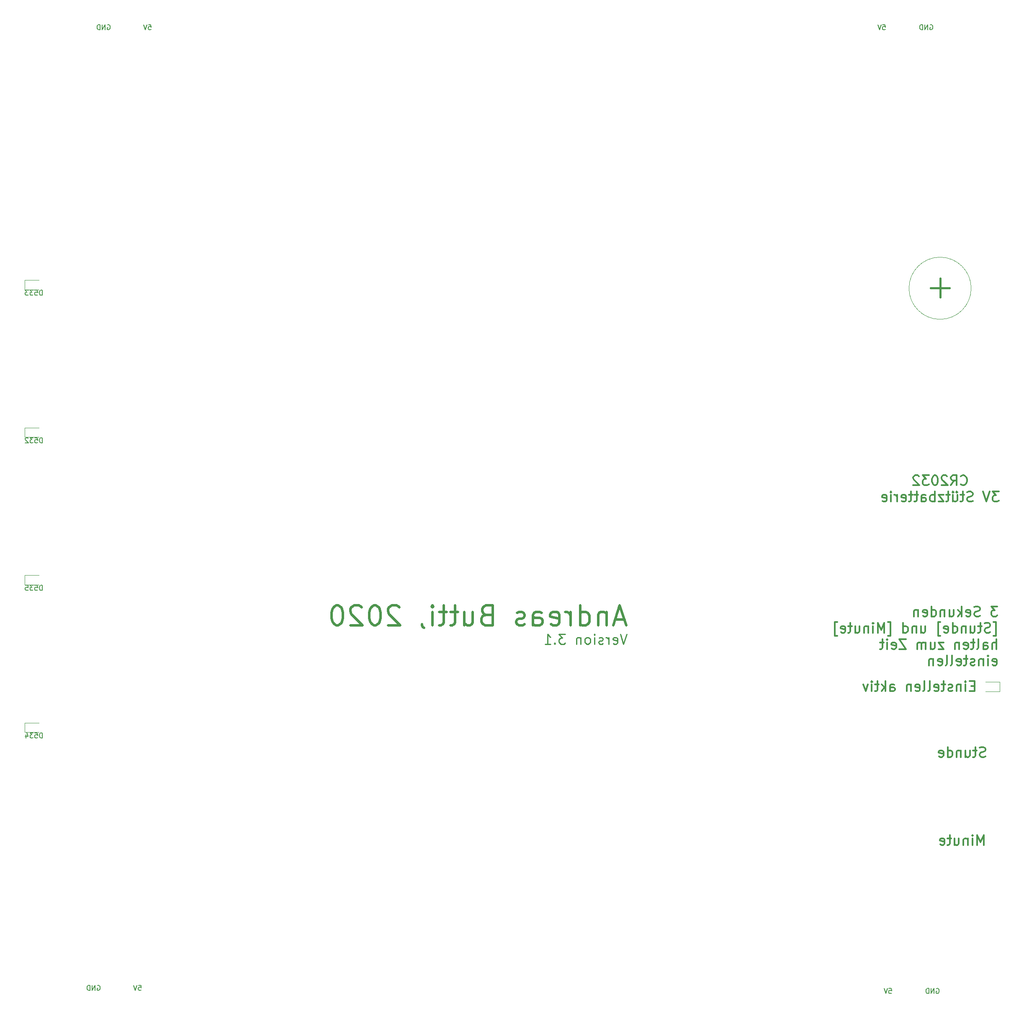
<source format=gbr>
%TF.GenerationSoftware,KiCad,Pcbnew,5.1.6-c6e7f7d~87~ubuntu18.04.1*%
%TF.CreationDate,2020-08-30T13:02:08+02:00*%
%TF.ProjectId,Elektronik,456c656b-7472-46f6-9e69-6b2e6b696361,rev?*%
%TF.SameCoordinates,Original*%
%TF.FileFunction,Legend,Bot*%
%TF.FilePolarity,Positive*%
%FSLAX46Y46*%
G04 Gerber Fmt 4.6, Leading zero omitted, Abs format (unit mm)*
G04 Created by KiCad (PCBNEW 5.1.6-c6e7f7d~87~ubuntu18.04.1) date 2020-08-30 13:02:08*
%MOMM*%
%LPD*%
G01*
G04 APERTURE LIST*
%ADD10C,0.150000*%
%ADD11C,0.400000*%
%ADD12C,0.120000*%
%ADD13C,0.300000*%
%ADD14C,0.250000*%
%ADD15C,0.500000*%
G04 APERTURE END LIST*
D10*
X207468214Y-21042380D02*
X207944404Y-21042380D01*
X207992023Y-21518571D01*
X207944404Y-21470952D01*
X207849166Y-21423333D01*
X207611071Y-21423333D01*
X207515833Y-21470952D01*
X207468214Y-21518571D01*
X207420595Y-21613809D01*
X207420595Y-21851904D01*
X207468214Y-21947142D01*
X207515833Y-21994761D01*
X207611071Y-22042380D01*
X207849166Y-22042380D01*
X207944404Y-21994761D01*
X207992023Y-21947142D01*
X207134880Y-21042380D02*
X206801547Y-22042380D01*
X206468214Y-21042380D01*
X217042904Y-21090000D02*
X217138142Y-21042380D01*
X217281000Y-21042380D01*
X217423857Y-21090000D01*
X217519095Y-21185238D01*
X217566714Y-21280476D01*
X217614333Y-21470952D01*
X217614333Y-21613809D01*
X217566714Y-21804285D01*
X217519095Y-21899523D01*
X217423857Y-21994761D01*
X217281000Y-22042380D01*
X217185761Y-22042380D01*
X217042904Y-21994761D01*
X216995285Y-21947142D01*
X216995285Y-21613809D01*
X217185761Y-21613809D01*
X216566714Y-22042380D02*
X216566714Y-21042380D01*
X215995285Y-22042380D01*
X215995285Y-21042380D01*
X215519095Y-22042380D02*
X215519095Y-21042380D01*
X215281000Y-21042380D01*
X215138142Y-21090000D01*
X215042904Y-21185238D01*
X214995285Y-21280476D01*
X214947666Y-21470952D01*
X214947666Y-21613809D01*
X214995285Y-21804285D01*
X215042904Y-21899523D01*
X215138142Y-21994761D01*
X215281000Y-22042380D01*
X215519095Y-22042380D01*
X208738214Y-215987380D02*
X209214404Y-215987380D01*
X209262023Y-216463571D01*
X209214404Y-216415952D01*
X209119166Y-216368333D01*
X208881071Y-216368333D01*
X208785833Y-216415952D01*
X208738214Y-216463571D01*
X208690595Y-216558809D01*
X208690595Y-216796904D01*
X208738214Y-216892142D01*
X208785833Y-216939761D01*
X208881071Y-216987380D01*
X209119166Y-216987380D01*
X209214404Y-216939761D01*
X209262023Y-216892142D01*
X208404880Y-215987380D02*
X208071547Y-216987380D01*
X207738214Y-215987380D01*
X218312904Y-216035000D02*
X218408142Y-215987380D01*
X218551000Y-215987380D01*
X218693857Y-216035000D01*
X218789095Y-216130238D01*
X218836714Y-216225476D01*
X218884333Y-216415952D01*
X218884333Y-216558809D01*
X218836714Y-216749285D01*
X218789095Y-216844523D01*
X218693857Y-216939761D01*
X218551000Y-216987380D01*
X218455761Y-216987380D01*
X218312904Y-216939761D01*
X218265285Y-216892142D01*
X218265285Y-216558809D01*
X218455761Y-216558809D01*
X217836714Y-216987380D02*
X217836714Y-215987380D01*
X217265285Y-216987380D01*
X217265285Y-215987380D01*
X216789095Y-216987380D02*
X216789095Y-215987380D01*
X216551000Y-215987380D01*
X216408142Y-216035000D01*
X216312904Y-216130238D01*
X216265285Y-216225476D01*
X216217666Y-216415952D01*
X216217666Y-216558809D01*
X216265285Y-216749285D01*
X216312904Y-216844523D01*
X216408142Y-216939761D01*
X216551000Y-216987380D01*
X216789095Y-216987380D01*
X58991476Y-21042380D02*
X59467666Y-21042380D01*
X59515285Y-21518571D01*
X59467666Y-21470952D01*
X59372428Y-21423333D01*
X59134333Y-21423333D01*
X59039095Y-21470952D01*
X58991476Y-21518571D01*
X58943857Y-21613809D01*
X58943857Y-21851904D01*
X58991476Y-21947142D01*
X59039095Y-21994761D01*
X59134333Y-22042380D01*
X59372428Y-22042380D01*
X59467666Y-21994761D01*
X59515285Y-21947142D01*
X58658142Y-21042380D02*
X58324809Y-22042380D01*
X57991476Y-21042380D01*
X50672904Y-21090000D02*
X50768142Y-21042380D01*
X50911000Y-21042380D01*
X51053857Y-21090000D01*
X51149095Y-21185238D01*
X51196714Y-21280476D01*
X51244333Y-21470952D01*
X51244333Y-21613809D01*
X51196714Y-21804285D01*
X51149095Y-21899523D01*
X51053857Y-21994761D01*
X50911000Y-22042380D01*
X50815761Y-22042380D01*
X50672904Y-21994761D01*
X50625285Y-21947142D01*
X50625285Y-21613809D01*
X50815761Y-21613809D01*
X50196714Y-22042380D02*
X50196714Y-21042380D01*
X49625285Y-22042380D01*
X49625285Y-21042380D01*
X49149095Y-22042380D02*
X49149095Y-21042380D01*
X48911000Y-21042380D01*
X48768142Y-21090000D01*
X48672904Y-21185238D01*
X48625285Y-21280476D01*
X48577666Y-21470952D01*
X48577666Y-21613809D01*
X48625285Y-21804285D01*
X48672904Y-21899523D01*
X48768142Y-21994761D01*
X48911000Y-22042380D01*
X49149095Y-22042380D01*
X48640904Y-215400000D02*
X48736142Y-215352380D01*
X48879000Y-215352380D01*
X49021857Y-215400000D01*
X49117095Y-215495238D01*
X49164714Y-215590476D01*
X49212333Y-215780952D01*
X49212333Y-215923809D01*
X49164714Y-216114285D01*
X49117095Y-216209523D01*
X49021857Y-216304761D01*
X48879000Y-216352380D01*
X48783761Y-216352380D01*
X48640904Y-216304761D01*
X48593285Y-216257142D01*
X48593285Y-215923809D01*
X48783761Y-215923809D01*
X48164714Y-216352380D02*
X48164714Y-215352380D01*
X47593285Y-216352380D01*
X47593285Y-215352380D01*
X47117095Y-216352380D02*
X47117095Y-215352380D01*
X46879000Y-215352380D01*
X46736142Y-215400000D01*
X46640904Y-215495238D01*
X46593285Y-215590476D01*
X46545666Y-215780952D01*
X46545666Y-215923809D01*
X46593285Y-216114285D01*
X46640904Y-216209523D01*
X46736142Y-216304761D01*
X46879000Y-216352380D01*
X47117095Y-216352380D01*
X56973214Y-215352380D02*
X57449404Y-215352380D01*
X57497023Y-215828571D01*
X57449404Y-215780952D01*
X57354166Y-215733333D01*
X57116071Y-215733333D01*
X57020833Y-215780952D01*
X56973214Y-215828571D01*
X56925595Y-215923809D01*
X56925595Y-216161904D01*
X56973214Y-216257142D01*
X57020833Y-216304761D01*
X57116071Y-216352380D01*
X57354166Y-216352380D01*
X57449404Y-216304761D01*
X57497023Y-216257142D01*
X56639880Y-215352380D02*
X56306547Y-216352380D01*
X55973214Y-215352380D01*
D11*
X219075000Y-72390000D02*
X219075000Y-76200000D01*
X220980000Y-74295000D02*
X217170000Y-74295000D01*
D12*
X225361179Y-74358821D02*
G75*
G03*
X225361179Y-74358821I-6286179J0D01*
G01*
D13*
X223265476Y-113999285D02*
X223360714Y-114094523D01*
X223646428Y-114189761D01*
X223836904Y-114189761D01*
X224122619Y-114094523D01*
X224313095Y-113904047D01*
X224408333Y-113713571D01*
X224503571Y-113332619D01*
X224503571Y-113046904D01*
X224408333Y-112665952D01*
X224313095Y-112475476D01*
X224122619Y-112285000D01*
X223836904Y-112189761D01*
X223646428Y-112189761D01*
X223360714Y-112285000D01*
X223265476Y-112380238D01*
X221265476Y-114189761D02*
X221932142Y-113237380D01*
X222408333Y-114189761D02*
X222408333Y-112189761D01*
X221646428Y-112189761D01*
X221455952Y-112285000D01*
X221360714Y-112380238D01*
X221265476Y-112570714D01*
X221265476Y-112856428D01*
X221360714Y-113046904D01*
X221455952Y-113142142D01*
X221646428Y-113237380D01*
X222408333Y-113237380D01*
X220503571Y-112380238D02*
X220408333Y-112285000D01*
X220217857Y-112189761D01*
X219741666Y-112189761D01*
X219551190Y-112285000D01*
X219455952Y-112380238D01*
X219360714Y-112570714D01*
X219360714Y-112761190D01*
X219455952Y-113046904D01*
X220598809Y-114189761D01*
X219360714Y-114189761D01*
X218122619Y-112189761D02*
X217932142Y-112189761D01*
X217741666Y-112285000D01*
X217646428Y-112380238D01*
X217551190Y-112570714D01*
X217455952Y-112951666D01*
X217455952Y-113427857D01*
X217551190Y-113808809D01*
X217646428Y-113999285D01*
X217741666Y-114094523D01*
X217932142Y-114189761D01*
X218122619Y-114189761D01*
X218313095Y-114094523D01*
X218408333Y-113999285D01*
X218503571Y-113808809D01*
X218598809Y-113427857D01*
X218598809Y-112951666D01*
X218503571Y-112570714D01*
X218408333Y-112380238D01*
X218313095Y-112285000D01*
X218122619Y-112189761D01*
X216789285Y-112189761D02*
X215551190Y-112189761D01*
X216217857Y-112951666D01*
X215932142Y-112951666D01*
X215741666Y-113046904D01*
X215646428Y-113142142D01*
X215551190Y-113332619D01*
X215551190Y-113808809D01*
X215646428Y-113999285D01*
X215741666Y-114094523D01*
X215932142Y-114189761D01*
X216503571Y-114189761D01*
X216694047Y-114094523D01*
X216789285Y-113999285D01*
X214789285Y-112380238D02*
X214694047Y-112285000D01*
X214503571Y-112189761D01*
X214027380Y-112189761D01*
X213836904Y-112285000D01*
X213741666Y-112380238D01*
X213646428Y-112570714D01*
X213646428Y-112761190D01*
X213741666Y-113046904D01*
X214884523Y-114189761D01*
X213646428Y-114189761D01*
X230932142Y-115489761D02*
X229694047Y-115489761D01*
X230360714Y-116251666D01*
X230075000Y-116251666D01*
X229884523Y-116346904D01*
X229789285Y-116442142D01*
X229694047Y-116632619D01*
X229694047Y-117108809D01*
X229789285Y-117299285D01*
X229884523Y-117394523D01*
X230075000Y-117489761D01*
X230646428Y-117489761D01*
X230836904Y-117394523D01*
X230932142Y-117299285D01*
X229122619Y-115489761D02*
X228455952Y-117489761D01*
X227789285Y-115489761D01*
X225694047Y-117394523D02*
X225408333Y-117489761D01*
X224932142Y-117489761D01*
X224741666Y-117394523D01*
X224646428Y-117299285D01*
X224551190Y-117108809D01*
X224551190Y-116918333D01*
X224646428Y-116727857D01*
X224741666Y-116632619D01*
X224932142Y-116537380D01*
X225313095Y-116442142D01*
X225503571Y-116346904D01*
X225598809Y-116251666D01*
X225694047Y-116061190D01*
X225694047Y-115870714D01*
X225598809Y-115680238D01*
X225503571Y-115585000D01*
X225313095Y-115489761D01*
X224836904Y-115489761D01*
X224551190Y-115585000D01*
X223979761Y-116156428D02*
X223217857Y-116156428D01*
X223694047Y-115489761D02*
X223694047Y-117204047D01*
X223598809Y-117394523D01*
X223408333Y-117489761D01*
X223217857Y-117489761D01*
X221694047Y-116156428D02*
X221694047Y-117489761D01*
X222551190Y-116156428D02*
X222551190Y-117204047D01*
X222455952Y-117394523D01*
X222265476Y-117489761D01*
X221979761Y-117489761D01*
X221789285Y-117394523D01*
X221694047Y-117299285D01*
X222455952Y-115489761D02*
X222360714Y-115585000D01*
X222455952Y-115680238D01*
X222551190Y-115585000D01*
X222455952Y-115489761D01*
X222455952Y-115680238D01*
X221694047Y-115489761D02*
X221598809Y-115585000D01*
X221694047Y-115680238D01*
X221789285Y-115585000D01*
X221694047Y-115489761D01*
X221694047Y-115680238D01*
X221027380Y-116156428D02*
X220265476Y-116156428D01*
X220741666Y-115489761D02*
X220741666Y-117204047D01*
X220646428Y-117394523D01*
X220455952Y-117489761D01*
X220265476Y-117489761D01*
X219789285Y-116156428D02*
X218741666Y-116156428D01*
X219789285Y-117489761D01*
X218741666Y-117489761D01*
X217979761Y-117489761D02*
X217979761Y-115489761D01*
X217979761Y-116251666D02*
X217789285Y-116156428D01*
X217408333Y-116156428D01*
X217217857Y-116251666D01*
X217122619Y-116346904D01*
X217027380Y-116537380D01*
X217027380Y-117108809D01*
X217122619Y-117299285D01*
X217217857Y-117394523D01*
X217408333Y-117489761D01*
X217789285Y-117489761D01*
X217979761Y-117394523D01*
X215313095Y-117489761D02*
X215313095Y-116442142D01*
X215408333Y-116251666D01*
X215598809Y-116156428D01*
X215979761Y-116156428D01*
X216170238Y-116251666D01*
X215313095Y-117394523D02*
X215503571Y-117489761D01*
X215979761Y-117489761D01*
X216170238Y-117394523D01*
X216265476Y-117204047D01*
X216265476Y-117013571D01*
X216170238Y-116823095D01*
X215979761Y-116727857D01*
X215503571Y-116727857D01*
X215313095Y-116632619D01*
X214646428Y-116156428D02*
X213884523Y-116156428D01*
X214360714Y-115489761D02*
X214360714Y-117204047D01*
X214265476Y-117394523D01*
X214075000Y-117489761D01*
X213884523Y-117489761D01*
X213503571Y-116156428D02*
X212741666Y-116156428D01*
X213217857Y-115489761D02*
X213217857Y-117204047D01*
X213122619Y-117394523D01*
X212932142Y-117489761D01*
X212741666Y-117489761D01*
X211313095Y-117394523D02*
X211503571Y-117489761D01*
X211884523Y-117489761D01*
X212075000Y-117394523D01*
X212170238Y-117204047D01*
X212170238Y-116442142D01*
X212075000Y-116251666D01*
X211884523Y-116156428D01*
X211503571Y-116156428D01*
X211313095Y-116251666D01*
X211217857Y-116442142D01*
X211217857Y-116632619D01*
X212170238Y-116823095D01*
X210360714Y-117489761D02*
X210360714Y-116156428D01*
X210360714Y-116537380D02*
X210265476Y-116346904D01*
X210170238Y-116251666D01*
X209979761Y-116156428D01*
X209789285Y-116156428D01*
X209122619Y-117489761D02*
X209122619Y-116156428D01*
X209122619Y-115489761D02*
X209217857Y-115585000D01*
X209122619Y-115680238D01*
X209027380Y-115585000D01*
X209122619Y-115489761D01*
X209122619Y-115680238D01*
X207408333Y-117394523D02*
X207598809Y-117489761D01*
X207979761Y-117489761D01*
X208170238Y-117394523D01*
X208265476Y-117204047D01*
X208265476Y-116442142D01*
X208170238Y-116251666D01*
X207979761Y-116156428D01*
X207598809Y-116156428D01*
X207408333Y-116251666D01*
X207313095Y-116442142D01*
X207313095Y-116632619D01*
X208265476Y-116823095D01*
X226023809Y-154797142D02*
X225357142Y-154797142D01*
X225071428Y-155844761D02*
X226023809Y-155844761D01*
X226023809Y-153844761D01*
X225071428Y-153844761D01*
X224214285Y-155844761D02*
X224214285Y-154511428D01*
X224214285Y-153844761D02*
X224309523Y-153940000D01*
X224214285Y-154035238D01*
X224119047Y-153940000D01*
X224214285Y-153844761D01*
X224214285Y-154035238D01*
X223261904Y-154511428D02*
X223261904Y-155844761D01*
X223261904Y-154701904D02*
X223166666Y-154606666D01*
X222976190Y-154511428D01*
X222690476Y-154511428D01*
X222500000Y-154606666D01*
X222404761Y-154797142D01*
X222404761Y-155844761D01*
X221547619Y-155749523D02*
X221357142Y-155844761D01*
X220976190Y-155844761D01*
X220785714Y-155749523D01*
X220690476Y-155559047D01*
X220690476Y-155463809D01*
X220785714Y-155273333D01*
X220976190Y-155178095D01*
X221261904Y-155178095D01*
X221452380Y-155082857D01*
X221547619Y-154892380D01*
X221547619Y-154797142D01*
X221452380Y-154606666D01*
X221261904Y-154511428D01*
X220976190Y-154511428D01*
X220785714Y-154606666D01*
X220119047Y-154511428D02*
X219357142Y-154511428D01*
X219833333Y-153844761D02*
X219833333Y-155559047D01*
X219738095Y-155749523D01*
X219547619Y-155844761D01*
X219357142Y-155844761D01*
X217928571Y-155749523D02*
X218119047Y-155844761D01*
X218500000Y-155844761D01*
X218690476Y-155749523D01*
X218785714Y-155559047D01*
X218785714Y-154797142D01*
X218690476Y-154606666D01*
X218500000Y-154511428D01*
X218119047Y-154511428D01*
X217928571Y-154606666D01*
X217833333Y-154797142D01*
X217833333Y-154987619D01*
X218785714Y-155178095D01*
X216690476Y-155844761D02*
X216880952Y-155749523D01*
X216976190Y-155559047D01*
X216976190Y-153844761D01*
X215642857Y-155844761D02*
X215833333Y-155749523D01*
X215928571Y-155559047D01*
X215928571Y-153844761D01*
X214119047Y-155749523D02*
X214309523Y-155844761D01*
X214690476Y-155844761D01*
X214880952Y-155749523D01*
X214976190Y-155559047D01*
X214976190Y-154797142D01*
X214880952Y-154606666D01*
X214690476Y-154511428D01*
X214309523Y-154511428D01*
X214119047Y-154606666D01*
X214023809Y-154797142D01*
X214023809Y-154987619D01*
X214976190Y-155178095D01*
X213166666Y-154511428D02*
X213166666Y-155844761D01*
X213166666Y-154701904D02*
X213071428Y-154606666D01*
X212880952Y-154511428D01*
X212595238Y-154511428D01*
X212404761Y-154606666D01*
X212309523Y-154797142D01*
X212309523Y-155844761D01*
X208976190Y-155844761D02*
X208976190Y-154797142D01*
X209071428Y-154606666D01*
X209261904Y-154511428D01*
X209642857Y-154511428D01*
X209833333Y-154606666D01*
X208976190Y-155749523D02*
X209166666Y-155844761D01*
X209642857Y-155844761D01*
X209833333Y-155749523D01*
X209928571Y-155559047D01*
X209928571Y-155368571D01*
X209833333Y-155178095D01*
X209642857Y-155082857D01*
X209166666Y-155082857D01*
X208976190Y-154987619D01*
X208023809Y-155844761D02*
X208023809Y-153844761D01*
X207833333Y-155082857D02*
X207261904Y-155844761D01*
X207261904Y-154511428D02*
X208023809Y-155273333D01*
X206690476Y-154511428D02*
X205928571Y-154511428D01*
X206404761Y-153844761D02*
X206404761Y-155559047D01*
X206309523Y-155749523D01*
X206119047Y-155844761D01*
X205928571Y-155844761D01*
X205261904Y-155844761D02*
X205261904Y-154511428D01*
X205261904Y-153844761D02*
X205357142Y-153940000D01*
X205261904Y-154035238D01*
X205166666Y-153940000D01*
X205261904Y-153844761D01*
X205261904Y-154035238D01*
X204500000Y-154511428D02*
X204023809Y-155844761D01*
X203547619Y-154511428D01*
X230659285Y-138734761D02*
X229421190Y-138734761D01*
X230087857Y-139496666D01*
X229802142Y-139496666D01*
X229611666Y-139591904D01*
X229516428Y-139687142D01*
X229421190Y-139877619D01*
X229421190Y-140353809D01*
X229516428Y-140544285D01*
X229611666Y-140639523D01*
X229802142Y-140734761D01*
X230373571Y-140734761D01*
X230564047Y-140639523D01*
X230659285Y-140544285D01*
X227135476Y-140639523D02*
X226849761Y-140734761D01*
X226373571Y-140734761D01*
X226183095Y-140639523D01*
X226087857Y-140544285D01*
X225992619Y-140353809D01*
X225992619Y-140163333D01*
X226087857Y-139972857D01*
X226183095Y-139877619D01*
X226373571Y-139782380D01*
X226754523Y-139687142D01*
X226945000Y-139591904D01*
X227040238Y-139496666D01*
X227135476Y-139306190D01*
X227135476Y-139115714D01*
X227040238Y-138925238D01*
X226945000Y-138830000D01*
X226754523Y-138734761D01*
X226278333Y-138734761D01*
X225992619Y-138830000D01*
X224373571Y-140639523D02*
X224564047Y-140734761D01*
X224945000Y-140734761D01*
X225135476Y-140639523D01*
X225230714Y-140449047D01*
X225230714Y-139687142D01*
X225135476Y-139496666D01*
X224945000Y-139401428D01*
X224564047Y-139401428D01*
X224373571Y-139496666D01*
X224278333Y-139687142D01*
X224278333Y-139877619D01*
X225230714Y-140068095D01*
X223421190Y-140734761D02*
X223421190Y-138734761D01*
X223230714Y-139972857D02*
X222659285Y-140734761D01*
X222659285Y-139401428D02*
X223421190Y-140163333D01*
X220945000Y-139401428D02*
X220945000Y-140734761D01*
X221802142Y-139401428D02*
X221802142Y-140449047D01*
X221706904Y-140639523D01*
X221516428Y-140734761D01*
X221230714Y-140734761D01*
X221040238Y-140639523D01*
X220945000Y-140544285D01*
X219992619Y-139401428D02*
X219992619Y-140734761D01*
X219992619Y-139591904D02*
X219897380Y-139496666D01*
X219706904Y-139401428D01*
X219421190Y-139401428D01*
X219230714Y-139496666D01*
X219135476Y-139687142D01*
X219135476Y-140734761D01*
X217325952Y-140734761D02*
X217325952Y-138734761D01*
X217325952Y-140639523D02*
X217516428Y-140734761D01*
X217897380Y-140734761D01*
X218087857Y-140639523D01*
X218183095Y-140544285D01*
X218278333Y-140353809D01*
X218278333Y-139782380D01*
X218183095Y-139591904D01*
X218087857Y-139496666D01*
X217897380Y-139401428D01*
X217516428Y-139401428D01*
X217325952Y-139496666D01*
X215611666Y-140639523D02*
X215802142Y-140734761D01*
X216183095Y-140734761D01*
X216373571Y-140639523D01*
X216468809Y-140449047D01*
X216468809Y-139687142D01*
X216373571Y-139496666D01*
X216183095Y-139401428D01*
X215802142Y-139401428D01*
X215611666Y-139496666D01*
X215516428Y-139687142D01*
X215516428Y-139877619D01*
X216468809Y-140068095D01*
X214659285Y-139401428D02*
X214659285Y-140734761D01*
X214659285Y-139591904D02*
X214564047Y-139496666D01*
X214373571Y-139401428D01*
X214087857Y-139401428D01*
X213897380Y-139496666D01*
X213802142Y-139687142D01*
X213802142Y-140734761D01*
X229897380Y-144701428D02*
X230373571Y-144701428D01*
X230373571Y-141844285D01*
X229897380Y-141844285D01*
X229230714Y-143939523D02*
X228945000Y-144034761D01*
X228468809Y-144034761D01*
X228278333Y-143939523D01*
X228183095Y-143844285D01*
X228087857Y-143653809D01*
X228087857Y-143463333D01*
X228183095Y-143272857D01*
X228278333Y-143177619D01*
X228468809Y-143082380D01*
X228849761Y-142987142D01*
X229040238Y-142891904D01*
X229135476Y-142796666D01*
X229230714Y-142606190D01*
X229230714Y-142415714D01*
X229135476Y-142225238D01*
X229040238Y-142130000D01*
X228849761Y-142034761D01*
X228373571Y-142034761D01*
X228087857Y-142130000D01*
X227516428Y-142701428D02*
X226754523Y-142701428D01*
X227230714Y-142034761D02*
X227230714Y-143749047D01*
X227135476Y-143939523D01*
X226945000Y-144034761D01*
X226754523Y-144034761D01*
X225230714Y-142701428D02*
X225230714Y-144034761D01*
X226087857Y-142701428D02*
X226087857Y-143749047D01*
X225992619Y-143939523D01*
X225802142Y-144034761D01*
X225516428Y-144034761D01*
X225325952Y-143939523D01*
X225230714Y-143844285D01*
X224278333Y-142701428D02*
X224278333Y-144034761D01*
X224278333Y-142891904D02*
X224183095Y-142796666D01*
X223992619Y-142701428D01*
X223706904Y-142701428D01*
X223516428Y-142796666D01*
X223421190Y-142987142D01*
X223421190Y-144034761D01*
X221611666Y-144034761D02*
X221611666Y-142034761D01*
X221611666Y-143939523D02*
X221802142Y-144034761D01*
X222183095Y-144034761D01*
X222373571Y-143939523D01*
X222468809Y-143844285D01*
X222564047Y-143653809D01*
X222564047Y-143082380D01*
X222468809Y-142891904D01*
X222373571Y-142796666D01*
X222183095Y-142701428D01*
X221802142Y-142701428D01*
X221611666Y-142796666D01*
X219897380Y-143939523D02*
X220087857Y-144034761D01*
X220468809Y-144034761D01*
X220659285Y-143939523D01*
X220754523Y-143749047D01*
X220754523Y-142987142D01*
X220659285Y-142796666D01*
X220468809Y-142701428D01*
X220087857Y-142701428D01*
X219897380Y-142796666D01*
X219802142Y-142987142D01*
X219802142Y-143177619D01*
X220754523Y-143368095D01*
X219135476Y-144701428D02*
X218659285Y-144701428D01*
X218659285Y-141844285D01*
X219135476Y-141844285D01*
X215230714Y-142701428D02*
X215230714Y-144034761D01*
X216087857Y-142701428D02*
X216087857Y-143749047D01*
X215992619Y-143939523D01*
X215802142Y-144034761D01*
X215516428Y-144034761D01*
X215325952Y-143939523D01*
X215230714Y-143844285D01*
X214278333Y-142701428D02*
X214278333Y-144034761D01*
X214278333Y-142891904D02*
X214183095Y-142796666D01*
X213992619Y-142701428D01*
X213706904Y-142701428D01*
X213516428Y-142796666D01*
X213421190Y-142987142D01*
X213421190Y-144034761D01*
X211611666Y-144034761D02*
X211611666Y-142034761D01*
X211611666Y-143939523D02*
X211802142Y-144034761D01*
X212183095Y-144034761D01*
X212373571Y-143939523D01*
X212468809Y-143844285D01*
X212564047Y-143653809D01*
X212564047Y-143082380D01*
X212468809Y-142891904D01*
X212373571Y-142796666D01*
X212183095Y-142701428D01*
X211802142Y-142701428D01*
X211611666Y-142796666D01*
X208564047Y-144701428D02*
X209040238Y-144701428D01*
X209040238Y-141844285D01*
X208564047Y-141844285D01*
X207802142Y-144034761D02*
X207802142Y-142034761D01*
X207135476Y-143463333D01*
X206468809Y-142034761D01*
X206468809Y-144034761D01*
X205516428Y-144034761D02*
X205516428Y-142701428D01*
X205516428Y-142034761D02*
X205611666Y-142130000D01*
X205516428Y-142225238D01*
X205421190Y-142130000D01*
X205516428Y-142034761D01*
X205516428Y-142225238D01*
X204564047Y-142701428D02*
X204564047Y-144034761D01*
X204564047Y-142891904D02*
X204468809Y-142796666D01*
X204278333Y-142701428D01*
X203992619Y-142701428D01*
X203802142Y-142796666D01*
X203706904Y-142987142D01*
X203706904Y-144034761D01*
X201897380Y-142701428D02*
X201897380Y-144034761D01*
X202754523Y-142701428D02*
X202754523Y-143749047D01*
X202659285Y-143939523D01*
X202468809Y-144034761D01*
X202183095Y-144034761D01*
X201992619Y-143939523D01*
X201897380Y-143844285D01*
X201230714Y-142701428D02*
X200468809Y-142701428D01*
X200945000Y-142034761D02*
X200945000Y-143749047D01*
X200849761Y-143939523D01*
X200659285Y-144034761D01*
X200468809Y-144034761D01*
X199040238Y-143939523D02*
X199230714Y-144034761D01*
X199611666Y-144034761D01*
X199802142Y-143939523D01*
X199897380Y-143749047D01*
X199897380Y-142987142D01*
X199802142Y-142796666D01*
X199611666Y-142701428D01*
X199230714Y-142701428D01*
X199040238Y-142796666D01*
X198945000Y-142987142D01*
X198945000Y-143177619D01*
X199897380Y-143368095D01*
X198278333Y-144701428D02*
X197802142Y-144701428D01*
X197802142Y-141844285D01*
X198278333Y-141844285D01*
X230468809Y-147334761D02*
X230468809Y-145334761D01*
X229611666Y-147334761D02*
X229611666Y-146287142D01*
X229706904Y-146096666D01*
X229897380Y-146001428D01*
X230183095Y-146001428D01*
X230373571Y-146096666D01*
X230468809Y-146191904D01*
X227802142Y-147334761D02*
X227802142Y-146287142D01*
X227897380Y-146096666D01*
X228087857Y-146001428D01*
X228468809Y-146001428D01*
X228659285Y-146096666D01*
X227802142Y-147239523D02*
X227992619Y-147334761D01*
X228468809Y-147334761D01*
X228659285Y-147239523D01*
X228754523Y-147049047D01*
X228754523Y-146858571D01*
X228659285Y-146668095D01*
X228468809Y-146572857D01*
X227992619Y-146572857D01*
X227802142Y-146477619D01*
X226564047Y-147334761D02*
X226754523Y-147239523D01*
X226849761Y-147049047D01*
X226849761Y-145334761D01*
X226087857Y-146001428D02*
X225325952Y-146001428D01*
X225802142Y-145334761D02*
X225802142Y-147049047D01*
X225706904Y-147239523D01*
X225516428Y-147334761D01*
X225325952Y-147334761D01*
X223897380Y-147239523D02*
X224087857Y-147334761D01*
X224468809Y-147334761D01*
X224659285Y-147239523D01*
X224754523Y-147049047D01*
X224754523Y-146287142D01*
X224659285Y-146096666D01*
X224468809Y-146001428D01*
X224087857Y-146001428D01*
X223897380Y-146096666D01*
X223802142Y-146287142D01*
X223802142Y-146477619D01*
X224754523Y-146668095D01*
X222945000Y-146001428D02*
X222945000Y-147334761D01*
X222945000Y-146191904D02*
X222849761Y-146096666D01*
X222659285Y-146001428D01*
X222373571Y-146001428D01*
X222183095Y-146096666D01*
X222087857Y-146287142D01*
X222087857Y-147334761D01*
X219802142Y-146001428D02*
X218754523Y-146001428D01*
X219802142Y-147334761D01*
X218754523Y-147334761D01*
X217135476Y-146001428D02*
X217135476Y-147334761D01*
X217992619Y-146001428D02*
X217992619Y-147049047D01*
X217897380Y-147239523D01*
X217706904Y-147334761D01*
X217421190Y-147334761D01*
X217230714Y-147239523D01*
X217135476Y-147144285D01*
X216183095Y-147334761D02*
X216183095Y-146001428D01*
X216183095Y-146191904D02*
X216087857Y-146096666D01*
X215897380Y-146001428D01*
X215611666Y-146001428D01*
X215421190Y-146096666D01*
X215325952Y-146287142D01*
X215325952Y-147334761D01*
X215325952Y-146287142D02*
X215230714Y-146096666D01*
X215040238Y-146001428D01*
X214754523Y-146001428D01*
X214564047Y-146096666D01*
X214468809Y-146287142D01*
X214468809Y-147334761D01*
X212183095Y-145334761D02*
X210849761Y-145334761D01*
X212183095Y-147334761D01*
X210849761Y-147334761D01*
X209325952Y-147239523D02*
X209516428Y-147334761D01*
X209897380Y-147334761D01*
X210087857Y-147239523D01*
X210183095Y-147049047D01*
X210183095Y-146287142D01*
X210087857Y-146096666D01*
X209897380Y-146001428D01*
X209516428Y-146001428D01*
X209325952Y-146096666D01*
X209230714Y-146287142D01*
X209230714Y-146477619D01*
X210183095Y-146668095D01*
X208373571Y-147334761D02*
X208373571Y-146001428D01*
X208373571Y-145334761D02*
X208468809Y-145430000D01*
X208373571Y-145525238D01*
X208278333Y-145430000D01*
X208373571Y-145334761D01*
X208373571Y-145525238D01*
X207706904Y-146001428D02*
X206945000Y-146001428D01*
X207421190Y-145334761D02*
X207421190Y-147049047D01*
X207325952Y-147239523D01*
X207135476Y-147334761D01*
X206945000Y-147334761D01*
X229706904Y-150539523D02*
X229897380Y-150634761D01*
X230278333Y-150634761D01*
X230468809Y-150539523D01*
X230564047Y-150349047D01*
X230564047Y-149587142D01*
X230468809Y-149396666D01*
X230278333Y-149301428D01*
X229897380Y-149301428D01*
X229706904Y-149396666D01*
X229611666Y-149587142D01*
X229611666Y-149777619D01*
X230564047Y-149968095D01*
X228754523Y-150634761D02*
X228754523Y-149301428D01*
X228754523Y-148634761D02*
X228849761Y-148730000D01*
X228754523Y-148825238D01*
X228659285Y-148730000D01*
X228754523Y-148634761D01*
X228754523Y-148825238D01*
X227802142Y-149301428D02*
X227802142Y-150634761D01*
X227802142Y-149491904D02*
X227706904Y-149396666D01*
X227516428Y-149301428D01*
X227230714Y-149301428D01*
X227040238Y-149396666D01*
X226945000Y-149587142D01*
X226945000Y-150634761D01*
X226087857Y-150539523D02*
X225897380Y-150634761D01*
X225516428Y-150634761D01*
X225325952Y-150539523D01*
X225230714Y-150349047D01*
X225230714Y-150253809D01*
X225325952Y-150063333D01*
X225516428Y-149968095D01*
X225802142Y-149968095D01*
X225992619Y-149872857D01*
X226087857Y-149682380D01*
X226087857Y-149587142D01*
X225992619Y-149396666D01*
X225802142Y-149301428D01*
X225516428Y-149301428D01*
X225325952Y-149396666D01*
X224659285Y-149301428D02*
X223897380Y-149301428D01*
X224373571Y-148634761D02*
X224373571Y-150349047D01*
X224278333Y-150539523D01*
X224087857Y-150634761D01*
X223897380Y-150634761D01*
X222468809Y-150539523D02*
X222659285Y-150634761D01*
X223040238Y-150634761D01*
X223230714Y-150539523D01*
X223325952Y-150349047D01*
X223325952Y-149587142D01*
X223230714Y-149396666D01*
X223040238Y-149301428D01*
X222659285Y-149301428D01*
X222468809Y-149396666D01*
X222373571Y-149587142D01*
X222373571Y-149777619D01*
X223325952Y-149968095D01*
X221230714Y-150634761D02*
X221421190Y-150539523D01*
X221516428Y-150349047D01*
X221516428Y-148634761D01*
X220183095Y-150634761D02*
X220373571Y-150539523D01*
X220468809Y-150349047D01*
X220468809Y-148634761D01*
X218659285Y-150539523D02*
X218849761Y-150634761D01*
X219230714Y-150634761D01*
X219421190Y-150539523D01*
X219516428Y-150349047D01*
X219516428Y-149587142D01*
X219421190Y-149396666D01*
X219230714Y-149301428D01*
X218849761Y-149301428D01*
X218659285Y-149396666D01*
X218564047Y-149587142D01*
X218564047Y-149777619D01*
X219516428Y-149968095D01*
X217706904Y-149301428D02*
X217706904Y-150634761D01*
X217706904Y-149491904D02*
X217611666Y-149396666D01*
X217421190Y-149301428D01*
X217135476Y-149301428D01*
X216945000Y-149396666D01*
X216849761Y-149587142D01*
X216849761Y-150634761D01*
X227900952Y-186959761D02*
X227900952Y-184959761D01*
X227234285Y-186388333D01*
X226567619Y-184959761D01*
X226567619Y-186959761D01*
X225615238Y-186959761D02*
X225615238Y-185626428D01*
X225615238Y-184959761D02*
X225710476Y-185055000D01*
X225615238Y-185150238D01*
X225520000Y-185055000D01*
X225615238Y-184959761D01*
X225615238Y-185150238D01*
X224662857Y-185626428D02*
X224662857Y-186959761D01*
X224662857Y-185816904D02*
X224567619Y-185721666D01*
X224377142Y-185626428D01*
X224091428Y-185626428D01*
X223900952Y-185721666D01*
X223805714Y-185912142D01*
X223805714Y-186959761D01*
X221996190Y-185626428D02*
X221996190Y-186959761D01*
X222853333Y-185626428D02*
X222853333Y-186674047D01*
X222758095Y-186864523D01*
X222567619Y-186959761D01*
X222281904Y-186959761D01*
X222091428Y-186864523D01*
X221996190Y-186769285D01*
X221329523Y-185626428D02*
X220567619Y-185626428D01*
X221043809Y-184959761D02*
X221043809Y-186674047D01*
X220948571Y-186864523D01*
X220758095Y-186959761D01*
X220567619Y-186959761D01*
X219139047Y-186864523D02*
X219329523Y-186959761D01*
X219710476Y-186959761D01*
X219900952Y-186864523D01*
X219996190Y-186674047D01*
X219996190Y-185912142D01*
X219900952Y-185721666D01*
X219710476Y-185626428D01*
X219329523Y-185626428D01*
X219139047Y-185721666D01*
X219043809Y-185912142D01*
X219043809Y-186102619D01*
X219996190Y-186293095D01*
X228234285Y-169084523D02*
X227948571Y-169179761D01*
X227472380Y-169179761D01*
X227281904Y-169084523D01*
X227186666Y-168989285D01*
X227091428Y-168798809D01*
X227091428Y-168608333D01*
X227186666Y-168417857D01*
X227281904Y-168322619D01*
X227472380Y-168227380D01*
X227853333Y-168132142D01*
X228043809Y-168036904D01*
X228139047Y-167941666D01*
X228234285Y-167751190D01*
X228234285Y-167560714D01*
X228139047Y-167370238D01*
X228043809Y-167275000D01*
X227853333Y-167179761D01*
X227377142Y-167179761D01*
X227091428Y-167275000D01*
X226520000Y-167846428D02*
X225758095Y-167846428D01*
X226234285Y-167179761D02*
X226234285Y-168894047D01*
X226139047Y-169084523D01*
X225948571Y-169179761D01*
X225758095Y-169179761D01*
X224234285Y-167846428D02*
X224234285Y-169179761D01*
X225091428Y-167846428D02*
X225091428Y-168894047D01*
X224996190Y-169084523D01*
X224805714Y-169179761D01*
X224520000Y-169179761D01*
X224329523Y-169084523D01*
X224234285Y-168989285D01*
X223281904Y-167846428D02*
X223281904Y-169179761D01*
X223281904Y-168036904D02*
X223186666Y-167941666D01*
X222996190Y-167846428D01*
X222710476Y-167846428D01*
X222520000Y-167941666D01*
X222424761Y-168132142D01*
X222424761Y-169179761D01*
X220615238Y-169179761D02*
X220615238Y-167179761D01*
X220615238Y-169084523D02*
X220805714Y-169179761D01*
X221186666Y-169179761D01*
X221377142Y-169084523D01*
X221472380Y-168989285D01*
X221567619Y-168798809D01*
X221567619Y-168227380D01*
X221472380Y-168036904D01*
X221377142Y-167941666D01*
X221186666Y-167846428D01*
X220805714Y-167846428D01*
X220615238Y-167941666D01*
X218900952Y-169084523D02*
X219091428Y-169179761D01*
X219472380Y-169179761D01*
X219662857Y-169084523D01*
X219758095Y-168894047D01*
X219758095Y-168132142D01*
X219662857Y-167941666D01*
X219472380Y-167846428D01*
X219091428Y-167846428D01*
X218900952Y-167941666D01*
X218805714Y-168132142D01*
X218805714Y-168322619D01*
X219758095Y-168513095D01*
D14*
X155730023Y-144319761D02*
X155063357Y-146319761D01*
X154396690Y-144319761D01*
X152968119Y-146224523D02*
X153158595Y-146319761D01*
X153539547Y-146319761D01*
X153730023Y-146224523D01*
X153825261Y-146034047D01*
X153825261Y-145272142D01*
X153730023Y-145081666D01*
X153539547Y-144986428D01*
X153158595Y-144986428D01*
X152968119Y-145081666D01*
X152872880Y-145272142D01*
X152872880Y-145462619D01*
X153825261Y-145653095D01*
X152015738Y-146319761D02*
X152015738Y-144986428D01*
X152015738Y-145367380D02*
X151920500Y-145176904D01*
X151825261Y-145081666D01*
X151634785Y-144986428D01*
X151444309Y-144986428D01*
X150872880Y-146224523D02*
X150682404Y-146319761D01*
X150301452Y-146319761D01*
X150110976Y-146224523D01*
X150015738Y-146034047D01*
X150015738Y-145938809D01*
X150110976Y-145748333D01*
X150301452Y-145653095D01*
X150587166Y-145653095D01*
X150777642Y-145557857D01*
X150872880Y-145367380D01*
X150872880Y-145272142D01*
X150777642Y-145081666D01*
X150587166Y-144986428D01*
X150301452Y-144986428D01*
X150110976Y-145081666D01*
X149158595Y-146319761D02*
X149158595Y-144986428D01*
X149158595Y-144319761D02*
X149253833Y-144415000D01*
X149158595Y-144510238D01*
X149063357Y-144415000D01*
X149158595Y-144319761D01*
X149158595Y-144510238D01*
X147920500Y-146319761D02*
X148110976Y-146224523D01*
X148206214Y-146129285D01*
X148301452Y-145938809D01*
X148301452Y-145367380D01*
X148206214Y-145176904D01*
X148110976Y-145081666D01*
X147920500Y-144986428D01*
X147634785Y-144986428D01*
X147444309Y-145081666D01*
X147349071Y-145176904D01*
X147253833Y-145367380D01*
X147253833Y-145938809D01*
X147349071Y-146129285D01*
X147444309Y-146224523D01*
X147634785Y-146319761D01*
X147920500Y-146319761D01*
X146396690Y-144986428D02*
X146396690Y-146319761D01*
X146396690Y-145176904D02*
X146301452Y-145081666D01*
X146110976Y-144986428D01*
X145825261Y-144986428D01*
X145634785Y-145081666D01*
X145539547Y-145272142D01*
X145539547Y-146319761D01*
X143253833Y-144319761D02*
X142015738Y-144319761D01*
X142682404Y-145081666D01*
X142396690Y-145081666D01*
X142206214Y-145176904D01*
X142110976Y-145272142D01*
X142015738Y-145462619D01*
X142015738Y-145938809D01*
X142110976Y-146129285D01*
X142206214Y-146224523D01*
X142396690Y-146319761D01*
X142968119Y-146319761D01*
X143158595Y-146224523D01*
X143253833Y-146129285D01*
X141158595Y-146129285D02*
X141063357Y-146224523D01*
X141158595Y-146319761D01*
X141253833Y-146224523D01*
X141158595Y-146129285D01*
X141158595Y-146319761D01*
X139158595Y-146319761D02*
X140301452Y-146319761D01*
X139730023Y-146319761D02*
X139730023Y-144319761D01*
X139920500Y-144605476D01*
X140110976Y-144795952D01*
X140301452Y-144891190D01*
D15*
X155250095Y-141382666D02*
X153345333Y-141382666D01*
X155631047Y-142525523D02*
X154297714Y-138525523D01*
X152964380Y-142525523D01*
X151631047Y-139858857D02*
X151631047Y-142525523D01*
X151631047Y-140239809D02*
X151440571Y-140049333D01*
X151059619Y-139858857D01*
X150488190Y-139858857D01*
X150107238Y-140049333D01*
X149916761Y-140430285D01*
X149916761Y-142525523D01*
X146297714Y-142525523D02*
X146297714Y-138525523D01*
X146297714Y-142335047D02*
X146678666Y-142525523D01*
X147440571Y-142525523D01*
X147821523Y-142335047D01*
X148012000Y-142144571D01*
X148202476Y-141763619D01*
X148202476Y-140620761D01*
X148012000Y-140239809D01*
X147821523Y-140049333D01*
X147440571Y-139858857D01*
X146678666Y-139858857D01*
X146297714Y-140049333D01*
X144392952Y-142525523D02*
X144392952Y-139858857D01*
X144392952Y-140620761D02*
X144202476Y-140239809D01*
X144012000Y-140049333D01*
X143631047Y-139858857D01*
X143250095Y-139858857D01*
X140392952Y-142335047D02*
X140773904Y-142525523D01*
X141535809Y-142525523D01*
X141916761Y-142335047D01*
X142107238Y-141954095D01*
X142107238Y-140430285D01*
X141916761Y-140049333D01*
X141535809Y-139858857D01*
X140773904Y-139858857D01*
X140392952Y-140049333D01*
X140202476Y-140430285D01*
X140202476Y-140811238D01*
X142107238Y-141192190D01*
X136773904Y-142525523D02*
X136773904Y-140430285D01*
X136964380Y-140049333D01*
X137345333Y-139858857D01*
X138107238Y-139858857D01*
X138488190Y-140049333D01*
X136773904Y-142335047D02*
X137154857Y-142525523D01*
X138107238Y-142525523D01*
X138488190Y-142335047D01*
X138678666Y-141954095D01*
X138678666Y-141573142D01*
X138488190Y-141192190D01*
X138107238Y-141001714D01*
X137154857Y-141001714D01*
X136773904Y-140811238D01*
X135059619Y-142335047D02*
X134678666Y-142525523D01*
X133916761Y-142525523D01*
X133535809Y-142335047D01*
X133345333Y-141954095D01*
X133345333Y-141763619D01*
X133535809Y-141382666D01*
X133916761Y-141192190D01*
X134488190Y-141192190D01*
X134869142Y-141001714D01*
X135059619Y-140620761D01*
X135059619Y-140430285D01*
X134869142Y-140049333D01*
X134488190Y-139858857D01*
X133916761Y-139858857D01*
X133535809Y-140049333D01*
X127250095Y-140430285D02*
X126678666Y-140620761D01*
X126488190Y-140811238D01*
X126297714Y-141192190D01*
X126297714Y-141763619D01*
X126488190Y-142144571D01*
X126678666Y-142335047D01*
X127059619Y-142525523D01*
X128583428Y-142525523D01*
X128583428Y-138525523D01*
X127250095Y-138525523D01*
X126869142Y-138716000D01*
X126678666Y-138906476D01*
X126488190Y-139287428D01*
X126488190Y-139668380D01*
X126678666Y-140049333D01*
X126869142Y-140239809D01*
X127250095Y-140430285D01*
X128583428Y-140430285D01*
X122869142Y-139858857D02*
X122869142Y-142525523D01*
X124583428Y-139858857D02*
X124583428Y-141954095D01*
X124392952Y-142335047D01*
X124012000Y-142525523D01*
X123440571Y-142525523D01*
X123059619Y-142335047D01*
X122869142Y-142144571D01*
X121535809Y-139858857D02*
X120012000Y-139858857D01*
X120964380Y-138525523D02*
X120964380Y-141954095D01*
X120773904Y-142335047D01*
X120392952Y-142525523D01*
X120012000Y-142525523D01*
X119250095Y-139858857D02*
X117726285Y-139858857D01*
X118678666Y-138525523D02*
X118678666Y-141954095D01*
X118488190Y-142335047D01*
X118107238Y-142525523D01*
X117726285Y-142525523D01*
X116392952Y-142525523D02*
X116392952Y-139858857D01*
X116392952Y-138525523D02*
X116583428Y-138716000D01*
X116392952Y-138906476D01*
X116202476Y-138716000D01*
X116392952Y-138525523D01*
X116392952Y-138906476D01*
X114297714Y-142335047D02*
X114297714Y-142525523D01*
X114488190Y-142906476D01*
X114678666Y-143096952D01*
X109726285Y-138906476D02*
X109535809Y-138716000D01*
X109154857Y-138525523D01*
X108202476Y-138525523D01*
X107821523Y-138716000D01*
X107631047Y-138906476D01*
X107440571Y-139287428D01*
X107440571Y-139668380D01*
X107631047Y-140239809D01*
X109916761Y-142525523D01*
X107440571Y-142525523D01*
X104964380Y-138525523D02*
X104583428Y-138525523D01*
X104202476Y-138716000D01*
X104012000Y-138906476D01*
X103821523Y-139287428D01*
X103631047Y-140049333D01*
X103631047Y-141001714D01*
X103821523Y-141763619D01*
X104012000Y-142144571D01*
X104202476Y-142335047D01*
X104583428Y-142525523D01*
X104964380Y-142525523D01*
X105345333Y-142335047D01*
X105535809Y-142144571D01*
X105726285Y-141763619D01*
X105916761Y-141001714D01*
X105916761Y-140049333D01*
X105726285Y-139287428D01*
X105535809Y-138906476D01*
X105345333Y-138716000D01*
X104964380Y-138525523D01*
X102107238Y-138906476D02*
X101916761Y-138716000D01*
X101535809Y-138525523D01*
X100583428Y-138525523D01*
X100202476Y-138716000D01*
X100012000Y-138906476D01*
X99821523Y-139287428D01*
X99821523Y-139668380D01*
X100012000Y-140239809D01*
X102297714Y-142525523D01*
X99821523Y-142525523D01*
X97345333Y-138525523D02*
X96964380Y-138525523D01*
X96583428Y-138716000D01*
X96392952Y-138906476D01*
X96202476Y-139287428D01*
X96012000Y-140049333D01*
X96012000Y-141001714D01*
X96202476Y-141763619D01*
X96392952Y-142144571D01*
X96583428Y-142335047D01*
X96964380Y-142525523D01*
X97345333Y-142525523D01*
X97726285Y-142335047D01*
X97916761Y-142144571D01*
X98107238Y-141763619D01*
X98297714Y-141001714D01*
X98297714Y-140049333D01*
X98107238Y-139287428D01*
X97916761Y-138906476D01*
X97726285Y-138716000D01*
X97345333Y-138525523D01*
D12*
%TO.C,D535*%
X33945000Y-132390000D02*
X36805000Y-132390000D01*
X33945000Y-134310000D02*
X33945000Y-132390000D01*
X36805000Y-134310000D02*
X33945000Y-134310000D01*
%TO.C,D534*%
X33945000Y-162235000D02*
X36805000Y-162235000D01*
X33945000Y-164155000D02*
X33945000Y-162235000D01*
X36805000Y-164155000D02*
X33945000Y-164155000D01*
%TO.C,D533*%
X33945000Y-72700000D02*
X36805000Y-72700000D01*
X33945000Y-74620000D02*
X33945000Y-72700000D01*
X36805000Y-74620000D02*
X33945000Y-74620000D01*
%TO.C,D532*%
X33945000Y-102545000D02*
X36805000Y-102545000D01*
X33945000Y-104465000D02*
X33945000Y-102545000D01*
X36805000Y-104465000D02*
X33945000Y-104465000D01*
%TO.C,D529*%
X231095000Y-155900000D02*
X228235000Y-155900000D01*
X231095000Y-153980000D02*
X231095000Y-155900000D01*
X228235000Y-153980000D02*
X231095000Y-153980000D01*
%TO.C,D535*%
D10*
X37495476Y-135452380D02*
X37495476Y-134452380D01*
X37257380Y-134452380D01*
X37114523Y-134500000D01*
X37019285Y-134595238D01*
X36971666Y-134690476D01*
X36924047Y-134880952D01*
X36924047Y-135023809D01*
X36971666Y-135214285D01*
X37019285Y-135309523D01*
X37114523Y-135404761D01*
X37257380Y-135452380D01*
X37495476Y-135452380D01*
X36019285Y-134452380D02*
X36495476Y-134452380D01*
X36543095Y-134928571D01*
X36495476Y-134880952D01*
X36400238Y-134833333D01*
X36162142Y-134833333D01*
X36066904Y-134880952D01*
X36019285Y-134928571D01*
X35971666Y-135023809D01*
X35971666Y-135261904D01*
X36019285Y-135357142D01*
X36066904Y-135404761D01*
X36162142Y-135452380D01*
X36400238Y-135452380D01*
X36495476Y-135404761D01*
X36543095Y-135357142D01*
X35638333Y-134452380D02*
X35019285Y-134452380D01*
X35352619Y-134833333D01*
X35209761Y-134833333D01*
X35114523Y-134880952D01*
X35066904Y-134928571D01*
X35019285Y-135023809D01*
X35019285Y-135261904D01*
X35066904Y-135357142D01*
X35114523Y-135404761D01*
X35209761Y-135452380D01*
X35495476Y-135452380D01*
X35590714Y-135404761D01*
X35638333Y-135357142D01*
X34114523Y-134452380D02*
X34590714Y-134452380D01*
X34638333Y-134928571D01*
X34590714Y-134880952D01*
X34495476Y-134833333D01*
X34257380Y-134833333D01*
X34162142Y-134880952D01*
X34114523Y-134928571D01*
X34066904Y-135023809D01*
X34066904Y-135261904D01*
X34114523Y-135357142D01*
X34162142Y-135404761D01*
X34257380Y-135452380D01*
X34495476Y-135452380D01*
X34590714Y-135404761D01*
X34638333Y-135357142D01*
%TO.C,D534*%
X37495476Y-165297380D02*
X37495476Y-164297380D01*
X37257380Y-164297380D01*
X37114523Y-164345000D01*
X37019285Y-164440238D01*
X36971666Y-164535476D01*
X36924047Y-164725952D01*
X36924047Y-164868809D01*
X36971666Y-165059285D01*
X37019285Y-165154523D01*
X37114523Y-165249761D01*
X37257380Y-165297380D01*
X37495476Y-165297380D01*
X36019285Y-164297380D02*
X36495476Y-164297380D01*
X36543095Y-164773571D01*
X36495476Y-164725952D01*
X36400238Y-164678333D01*
X36162142Y-164678333D01*
X36066904Y-164725952D01*
X36019285Y-164773571D01*
X35971666Y-164868809D01*
X35971666Y-165106904D01*
X36019285Y-165202142D01*
X36066904Y-165249761D01*
X36162142Y-165297380D01*
X36400238Y-165297380D01*
X36495476Y-165249761D01*
X36543095Y-165202142D01*
X35638333Y-164297380D02*
X35019285Y-164297380D01*
X35352619Y-164678333D01*
X35209761Y-164678333D01*
X35114523Y-164725952D01*
X35066904Y-164773571D01*
X35019285Y-164868809D01*
X35019285Y-165106904D01*
X35066904Y-165202142D01*
X35114523Y-165249761D01*
X35209761Y-165297380D01*
X35495476Y-165297380D01*
X35590714Y-165249761D01*
X35638333Y-165202142D01*
X34162142Y-164630714D02*
X34162142Y-165297380D01*
X34400238Y-164249761D02*
X34638333Y-164964047D01*
X34019285Y-164964047D01*
%TO.C,D533*%
X37495476Y-75762380D02*
X37495476Y-74762380D01*
X37257380Y-74762380D01*
X37114523Y-74810000D01*
X37019285Y-74905238D01*
X36971666Y-75000476D01*
X36924047Y-75190952D01*
X36924047Y-75333809D01*
X36971666Y-75524285D01*
X37019285Y-75619523D01*
X37114523Y-75714761D01*
X37257380Y-75762380D01*
X37495476Y-75762380D01*
X36019285Y-74762380D02*
X36495476Y-74762380D01*
X36543095Y-75238571D01*
X36495476Y-75190952D01*
X36400238Y-75143333D01*
X36162142Y-75143333D01*
X36066904Y-75190952D01*
X36019285Y-75238571D01*
X35971666Y-75333809D01*
X35971666Y-75571904D01*
X36019285Y-75667142D01*
X36066904Y-75714761D01*
X36162142Y-75762380D01*
X36400238Y-75762380D01*
X36495476Y-75714761D01*
X36543095Y-75667142D01*
X35638333Y-74762380D02*
X35019285Y-74762380D01*
X35352619Y-75143333D01*
X35209761Y-75143333D01*
X35114523Y-75190952D01*
X35066904Y-75238571D01*
X35019285Y-75333809D01*
X35019285Y-75571904D01*
X35066904Y-75667142D01*
X35114523Y-75714761D01*
X35209761Y-75762380D01*
X35495476Y-75762380D01*
X35590714Y-75714761D01*
X35638333Y-75667142D01*
X34685952Y-74762380D02*
X34066904Y-74762380D01*
X34400238Y-75143333D01*
X34257380Y-75143333D01*
X34162142Y-75190952D01*
X34114523Y-75238571D01*
X34066904Y-75333809D01*
X34066904Y-75571904D01*
X34114523Y-75667142D01*
X34162142Y-75714761D01*
X34257380Y-75762380D01*
X34543095Y-75762380D01*
X34638333Y-75714761D01*
X34685952Y-75667142D01*
%TO.C,D532*%
X37495476Y-105607380D02*
X37495476Y-104607380D01*
X37257380Y-104607380D01*
X37114523Y-104655000D01*
X37019285Y-104750238D01*
X36971666Y-104845476D01*
X36924047Y-105035952D01*
X36924047Y-105178809D01*
X36971666Y-105369285D01*
X37019285Y-105464523D01*
X37114523Y-105559761D01*
X37257380Y-105607380D01*
X37495476Y-105607380D01*
X36019285Y-104607380D02*
X36495476Y-104607380D01*
X36543095Y-105083571D01*
X36495476Y-105035952D01*
X36400238Y-104988333D01*
X36162142Y-104988333D01*
X36066904Y-105035952D01*
X36019285Y-105083571D01*
X35971666Y-105178809D01*
X35971666Y-105416904D01*
X36019285Y-105512142D01*
X36066904Y-105559761D01*
X36162142Y-105607380D01*
X36400238Y-105607380D01*
X36495476Y-105559761D01*
X36543095Y-105512142D01*
X35638333Y-104607380D02*
X35019285Y-104607380D01*
X35352619Y-104988333D01*
X35209761Y-104988333D01*
X35114523Y-105035952D01*
X35066904Y-105083571D01*
X35019285Y-105178809D01*
X35019285Y-105416904D01*
X35066904Y-105512142D01*
X35114523Y-105559761D01*
X35209761Y-105607380D01*
X35495476Y-105607380D01*
X35590714Y-105559761D01*
X35638333Y-105512142D01*
X34638333Y-104702619D02*
X34590714Y-104655000D01*
X34495476Y-104607380D01*
X34257380Y-104607380D01*
X34162142Y-104655000D01*
X34114523Y-104702619D01*
X34066904Y-104797857D01*
X34066904Y-104893095D01*
X34114523Y-105035952D01*
X34685952Y-105607380D01*
X34066904Y-105607380D01*
%TD*%
M02*

</source>
